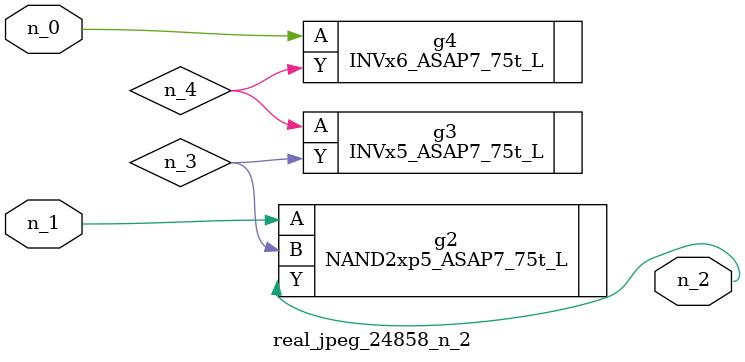
<source format=v>
module real_jpeg_24858_n_2 (n_1, n_0, n_2);

input n_1;
input n_0;

output n_2;

wire n_4;
wire n_3;

INVx6_ASAP7_75t_L g4 ( 
.A(n_0),
.Y(n_4)
);

NAND2xp5_ASAP7_75t_L g2 ( 
.A(n_1),
.B(n_3),
.Y(n_2)
);

INVx5_ASAP7_75t_L g3 ( 
.A(n_4),
.Y(n_3)
);


endmodule
</source>
